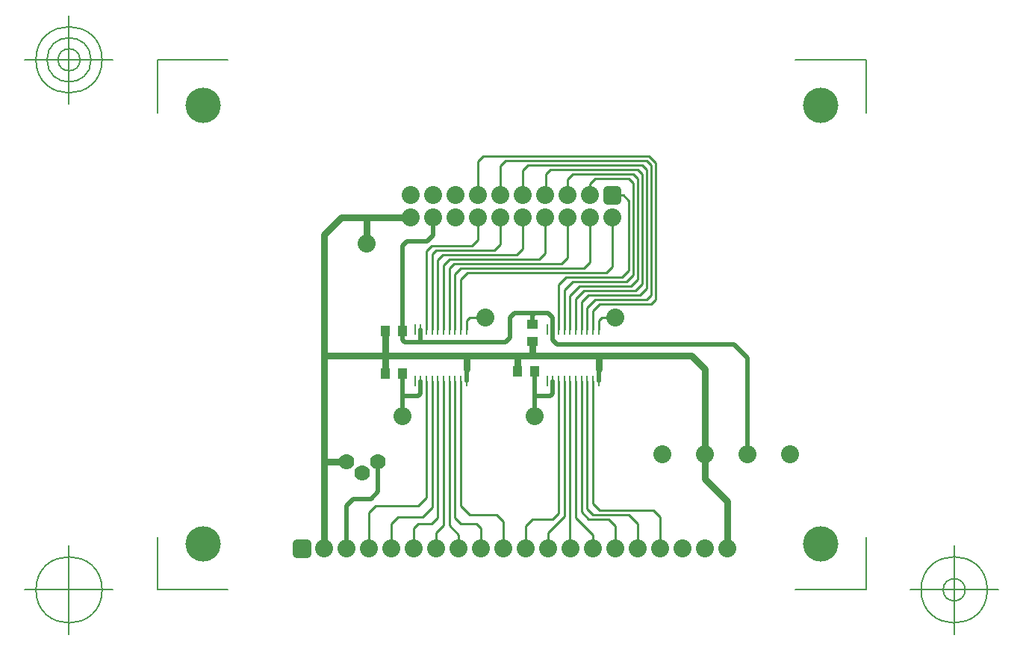
<source format=gbr>
G04 Generated by Ultiboard 13.0 *
%FSLAX25Y25*%
%MOIN*%

%ADD10C,0.00001*%
%ADD11C,0.01000*%
%ADD12C,0.02000*%
%ADD13C,0.03000*%
%ADD14C,0.00500*%
%ADD15C,0.08000*%
%ADD16R,0.00984X0.04724*%
%ADD17C,0.15748*%
%ADD18R,0.04000X0.05000*%
%ADD19R,0.05000X0.04000*%
%ADD20C,0.07000*%
%ADD21R,0.04083X0.04083*%
%ADD22C,0.03917*%
%ADD23R,0.04500X0.04500*%
%ADD24C,0.03500*%


G04 ColorRGB 0000FF for the following layer *
%LNCopper Bottom*%
%LPD*%
G54D10*
G54D11*
X132631Y147631D02*
X130000Y145000D01*
X132631Y157435D02*
X132631Y147631D01*
X142631Y145631D02*
X140000Y143000D01*
X142631Y157435D02*
X142631Y145631D01*
X152631Y143631D02*
X150000Y141000D01*
X152631Y157435D02*
X152631Y143631D01*
X162631Y141631D02*
X160000Y139000D01*
X162631Y157435D02*
X162631Y141631D01*
X150000Y141000D02*
X117000Y141000D01*
X122000Y137000D02*
X119839Y134839D01*
X160000Y139000D02*
X120000Y139000D01*
X112000Y145000D02*
X109602Y142602D01*
X130000Y145000D02*
X112000Y145000D01*
X140000Y143000D02*
X114000Y143000D01*
X172631Y139631D02*
X170000Y137000D01*
X122000Y137000D01*
X172631Y157435D02*
X172631Y139631D01*
X182631Y137631D02*
X180000Y135000D01*
X182631Y157435D02*
X182631Y137631D01*
X180000Y135000D02*
X125000Y135000D01*
X192631Y135631D02*
X192631Y157435D01*
X190000Y133000D02*
X192631Y135631D01*
X128000Y133000D02*
X190000Y133000D01*
X197000Y131000D02*
X200000Y134000D01*
X202000Y132000D02*
X199000Y129000D01*
X162631Y167435D02*
X163000Y167803D01*
X109602Y107417D02*
X109602Y142602D01*
X114720Y107417D02*
X114720Y138720D01*
X117000Y141000D02*
X114720Y138720D01*
X119839Y107417D02*
X119839Y134839D01*
X124957Y107417D02*
X124957Y129957D01*
X128000Y133000D01*
X122398Y107417D02*
X122398Y132398D01*
X125000Y135000D01*
X117280Y107417D02*
X117280Y136280D01*
X120000Y139000D01*
X112161Y107417D02*
X112161Y141161D01*
X114000Y143000D01*
X172631Y167435D02*
X172631Y174631D01*
X200000Y175000D02*
X202000Y173000D01*
X202000Y132000D02*
X202000Y173000D01*
X175000Y177000D02*
X172631Y174631D01*
X172000Y131000D02*
X197000Y131000D01*
X175000Y129000D02*
X199000Y129000D01*
X197565Y167435D02*
X200000Y165000D01*
X200000Y134000D01*
X192631Y167435D02*
X197565Y167435D01*
X182631Y172631D02*
X185000Y175000D01*
X200000Y175000D01*
X182631Y167435D02*
X182631Y172631D01*
X163000Y177000D02*
X165000Y179000D01*
X163000Y167803D02*
X163000Y177000D01*
X152631Y178631D02*
X155000Y181000D01*
X152631Y167435D02*
X152631Y178631D01*
X142631Y180631D02*
X145000Y183000D01*
X142631Y167435D02*
X142631Y180631D01*
X132631Y182631D02*
X135000Y185000D01*
X132631Y167435D02*
X132631Y182631D01*
X204000Y175000D02*
X202000Y177000D01*
X175000Y177000D01*
X201000Y127000D02*
X204000Y130000D01*
X204000Y175000D01*
X178000Y127000D02*
X201000Y127000D01*
X180000Y125000D02*
X203000Y125000D01*
X206000Y128000D02*
X203000Y125000D01*
X182000Y123000D02*
X205000Y123000D01*
X208000Y126000D02*
X205000Y123000D01*
X204000Y179000D02*
X206000Y177000D01*
X206000Y128000D01*
X165000Y179000D02*
X204000Y179000D01*
X206000Y181000D02*
X208000Y179000D01*
X155000Y181000D02*
X206000Y181000D01*
X208000Y179000D02*
X208000Y126000D01*
X208000Y183000D02*
X210000Y181000D01*
X145000Y183000D02*
X208000Y183000D01*
X210000Y123000D02*
X208000Y121000D01*
X185000Y121000D02*
X208000Y121000D01*
X210000Y181000D02*
X210000Y123000D01*
X135000Y185000D02*
X209000Y185000D01*
X212000Y182000D02*
X212000Y121000D01*
X209000Y185000D02*
X212000Y182000D01*
X212000Y121000D02*
X210000Y119000D01*
X187000Y119000D01*
X117280Y20280D02*
X113937Y16937D01*
X117280Y84583D02*
X117280Y20280D01*
X113937Y16937D02*
X113937Y9843D01*
X119839Y20161D02*
X123937Y16063D01*
X119839Y84583D02*
X119839Y20161D01*
X123937Y16063D02*
X123937Y9843D01*
X112000Y21000D02*
X114720Y23720D01*
X114720Y84583D01*
X103937Y18937D02*
X106000Y21000D01*
X112000Y21000D01*
X103937Y9843D02*
X103937Y18937D01*
X112161Y28161D02*
X112161Y84583D01*
X108000Y24000D02*
X112161Y28161D01*
X109602Y32602D02*
X109602Y84583D01*
X109602Y32602D02*
X106000Y29000D01*
X93937Y20937D02*
X97000Y24000D01*
X93937Y9843D02*
X93937Y20937D01*
X97000Y24000D02*
X108000Y24000D01*
X87000Y29000D02*
X83937Y25937D01*
X106000Y29000D02*
X87000Y29000D01*
X83937Y25937D02*
X83937Y9843D01*
X133937Y9843D02*
X133937Y19063D01*
X132000Y21000D01*
X125000Y21000D02*
X122398Y23602D01*
X122398Y84583D01*
X132000Y21000D02*
X125000Y21000D01*
X143937Y9843D02*
X143937Y22063D01*
X141000Y25000D01*
X129000Y25000D01*
X124957Y29043D01*
X124957Y84583D01*
X173720Y84583D02*
X173720Y10059D01*
X173937Y9843D01*
X187000Y119000D02*
X183957Y115957D01*
X183957Y107417D01*
X185000Y121000D02*
X181398Y117398D01*
X181398Y107417D01*
X182000Y123000D02*
X178839Y119839D01*
X178839Y107417D01*
X180000Y125000D02*
X176280Y121280D01*
X176280Y107417D01*
X168602Y107417D02*
X168602Y127602D01*
X172000Y131000D01*
X171161Y107417D02*
X171161Y125161D01*
X175000Y129000D01*
X173720Y107417D02*
X173720Y122720D01*
X178000Y127000D01*
X163937Y16937D02*
X171161Y24161D01*
X171161Y84583D02*
X171161Y24161D01*
X163937Y9843D02*
X163937Y16937D01*
X183937Y16063D02*
X176280Y23720D01*
X176280Y84583D01*
X183937Y9843D02*
X183937Y16063D01*
X153937Y9843D02*
X153937Y19937D01*
X168602Y25602D02*
X168602Y84583D01*
X157000Y23000D02*
X166000Y23000D01*
X153937Y19937D02*
X157000Y23000D01*
X166000Y23000D02*
X168602Y25602D01*
X178839Y26161D02*
X182000Y23000D01*
X178839Y84583D02*
X178839Y26161D01*
X191000Y23000D02*
X193937Y20063D01*
X182000Y23000D02*
X191000Y23000D01*
X193937Y20063D02*
X193937Y9843D01*
X181398Y27602D02*
X184000Y25000D01*
X181398Y84583D02*
X181398Y27602D01*
X200000Y25000D02*
X203937Y21063D01*
X184000Y25000D02*
X200000Y25000D01*
X203937Y21063D02*
X203937Y9843D01*
X213937Y24063D02*
X213937Y9843D01*
X211000Y27000D02*
X213937Y24063D01*
X183957Y30043D02*
X187000Y27000D01*
X211000Y27000D02*
X187000Y27000D01*
X183957Y84583D02*
X183957Y30043D01*
X127516Y107417D02*
X127516Y111516D01*
X129000Y113000D01*
X136000Y113000D01*
X186516Y107417D02*
X186516Y111516D01*
X188000Y113000D01*
X194000Y113000D02*
X188000Y113000D01*
G54D12*
X158000Y115000D02*
X157000Y114000D01*
X157000Y109800D01*
X147000Y104000D02*
X145000Y102000D01*
X107043Y107417D02*
X107043Y102043D01*
X99800Y102000D02*
X98800Y103000D01*
X145000Y102000D02*
X99800Y102000D01*
X107043Y79043D02*
X107043Y84583D01*
X107043Y79043D02*
X106000Y78000D01*
X100000Y78000D01*
X127516Y84583D02*
X127516Y90000D01*
X186516Y95516D02*
X187000Y96000D01*
X186516Y84583D02*
X186516Y90000D01*
X166043Y84583D02*
X166043Y79043D01*
X165000Y78000D01*
X159000Y78000D01*
X99000Y69000D02*
X99000Y87900D01*
X158000Y69000D02*
X158000Y88800D01*
X166043Y102957D02*
X168000Y101000D01*
X166043Y112957D02*
X164000Y115000D01*
X166043Y102957D02*
X166043Y112957D01*
X73937Y9843D02*
X73937Y28937D01*
X77000Y32000D01*
X85000Y32000D02*
X88087Y35087D01*
X77000Y32000D02*
X85000Y32000D01*
X88087Y35087D02*
X88087Y48559D01*
X101000Y147000D02*
X98800Y144800D01*
X98800Y103000D02*
X98800Y144800D01*
X112631Y149631D02*
X110000Y147000D01*
X101000Y147000D01*
X112631Y157435D02*
X112631Y149631D01*
X149000Y115000D02*
X147000Y113000D01*
X149000Y115000D02*
X164000Y115000D01*
X147000Y113000D02*
X147000Y104000D01*
X168000Y101000D02*
X247000Y101000D01*
X247000Y101000D02*
X253000Y95000D01*
X253000Y52000D01*
G54D13*
X150100Y89000D02*
X150100Y94900D01*
X149000Y96000D01*
X157000Y102100D02*
X157000Y96000D01*
X127516Y90000D02*
X127516Y95516D01*
X186516Y90000D02*
X186516Y95516D01*
X73913Y48559D02*
X64378Y48559D01*
X91100Y107000D02*
X91100Y88100D01*
X234000Y90000D02*
X228000Y96000D01*
X127516Y96000D02*
X228000Y96000D01*
X243937Y31063D02*
X234000Y41000D01*
X234000Y90000D01*
X243937Y9843D02*
X243937Y31063D01*
X71435Y157435D02*
X102631Y157435D01*
X83000Y146000D02*
X83000Y157435D01*
X65000Y96000D02*
X127516Y96000D01*
X63937Y9843D02*
X63937Y149937D01*
X71435Y157435D01*
G54D14*
X-10557Y-8589D02*
X-10557Y15058D01*
X-10557Y-8589D02*
X21082Y-8589D01*
X305833Y-8589D02*
X274194Y-8589D01*
X305833Y-8589D02*
X305833Y15058D01*
X305833Y227880D02*
X305833Y204233D01*
X305833Y227880D02*
X274194Y227880D01*
X-10557Y227880D02*
X21082Y227880D01*
X-10557Y227880D02*
X-10557Y204233D01*
X-30243Y-8589D02*
X-69613Y-8589D01*
X-49928Y-28274D02*
X-49928Y11096D01*
X-64691Y-8589D02*
G75*
D01*
G02X-64691Y-8589I14763J0*
G01*
X325518Y-8589D02*
X364888Y-8589D01*
X345203Y-28274D02*
X345203Y11096D01*
X330439Y-8589D02*
G75*
D01*
G02X330439Y-8589I14764J0*
G01*
X340282Y-8589D02*
G75*
D01*
G02X340282Y-8589I4921J0*
G01*
X-30243Y227880D02*
X-69613Y227880D01*
X-49928Y208195D02*
X-49928Y247565D01*
X-64691Y227880D02*
G75*
D01*
G02X-64691Y227880I14763J0*
G01*
X-59770Y227880D02*
G75*
D01*
G02X-59770Y227880I9842J0*
G01*
X-54849Y227880D02*
G75*
D01*
G02X-54849Y227880I4921J0*
G01*
G54D15*
X99000Y69000D03*
X158000Y69000D03*
X136000Y113000D03*
X194000Y113000D03*
X215000Y52000D03*
X234000Y52000D03*
X253000Y52000D03*
X272000Y52000D03*
X132631Y157435D03*
X142631Y157435D03*
X152631Y157435D03*
X162631Y157435D03*
X172631Y157435D03*
X182631Y157435D03*
X192631Y157435D03*
X112631Y157435D03*
X162631Y167435D03*
X172631Y167435D03*
X182631Y167435D03*
X142631Y167435D03*
X152631Y167435D03*
X132631Y167435D03*
X112631Y167435D03*
X122631Y167435D03*
X102631Y167435D03*
X122631Y157435D03*
X102631Y157435D03*
X133937Y9843D03*
X143937Y9843D03*
X153937Y9843D03*
X163937Y9843D03*
X173937Y9843D03*
X183937Y9843D03*
X193937Y9843D03*
X203937Y9843D03*
X213937Y9843D03*
X223937Y9843D03*
X233937Y9843D03*
X243937Y9843D03*
X63937Y9843D03*
X123937Y9843D03*
X93937Y9843D03*
X73937Y9843D03*
X83937Y9843D03*
X113937Y9843D03*
X103937Y9843D03*
X83000Y146000D03*
G54D16*
X163484Y84583D03*
X166043Y84583D03*
X168602Y84583D03*
X171161Y84583D03*
X173720Y84583D03*
X176280Y84583D03*
X178839Y84583D03*
X181398Y84583D03*
X183957Y84583D03*
X186516Y84583D03*
X163484Y107417D03*
X166043Y107417D03*
X171161Y107417D03*
X168602Y107417D03*
X173720Y107417D03*
X178839Y107417D03*
X181398Y107417D03*
X176280Y107417D03*
X186516Y107417D03*
X183957Y107417D03*
X104484Y84583D03*
X107043Y84583D03*
X109602Y84583D03*
X112161Y84583D03*
X114720Y84583D03*
X117280Y84583D03*
X119839Y84583D03*
X122398Y84583D03*
X124957Y84583D03*
X127516Y84583D03*
X109602Y107417D03*
X104484Y107417D03*
X107043Y107417D03*
X117280Y107417D03*
X112161Y107417D03*
X114720Y107417D03*
X124957Y107417D03*
X119839Y107417D03*
X122398Y107417D03*
X127516Y107417D03*
G54D17*
X9843Y207480D03*
X285433Y207480D03*
X9843Y11811D03*
X285433Y11811D03*
G54D18*
X150100Y89000D03*
X157800Y89000D03*
X91200Y88000D03*
X98900Y88000D03*
X91100Y107000D03*
X98800Y107000D03*
G54D19*
X157000Y102100D03*
X157000Y109800D03*
G54D20*
X81000Y43441D03*
X73913Y48559D03*
X88087Y48559D03*
G54D21*
X192631Y167435D03*
G54D22*
X190590Y165394D02*
X194672Y165394D01*
X194672Y169476D01*
X190590Y169476D01*
X190590Y165394D01*D02*
G54D23*
X53937Y9843D03*
G54D24*
X51687Y7593D02*
X56187Y7593D01*
X56187Y12093D01*
X51687Y12093D01*
X51687Y7593D01*D02*

M02*

</source>
